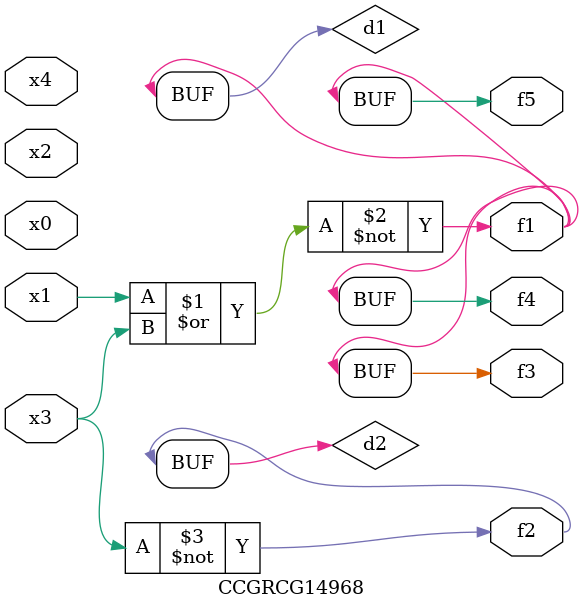
<source format=v>
module CCGRCG14968(
	input x0, x1, x2, x3, x4,
	output f1, f2, f3, f4, f5
);

	wire d1, d2;

	nor (d1, x1, x3);
	not (d2, x3);
	assign f1 = d1;
	assign f2 = d2;
	assign f3 = d1;
	assign f4 = d1;
	assign f5 = d1;
endmodule

</source>
